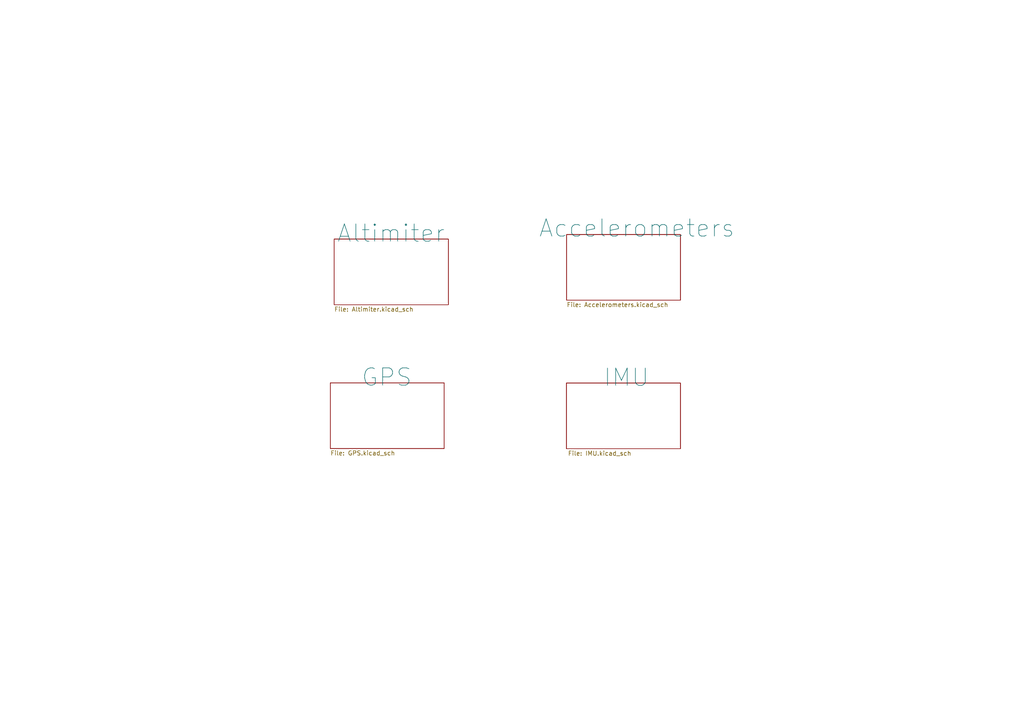
<source format=kicad_sch>
(kicad_sch (version 20211123) (generator eeschema)
  (paper "A4")
  (lib_symbols)
  (sheet (at 95.8088 111.0488) (size 33.02 19.05) (stroke (width 0.1524))
    (property "Sheet name" "GPS" (at 104.6988 112.3188 0) (effects (font (size 5 5)) (justify left bottom)))
    (property "Sheet file" "GPS.kicad_sch" (at 95.8088 130.6834 0) (effects (justify left top)))
  )
  (sheet (at 96.9264 69.342) (size 33.1216 19.05) (stroke (width 0.1524))
    (property "Sheet name" "Altimiter " (at 97.6376 70.5612 0) (effects (font (size 5 5)) (justify left bottom)))
    (property "Sheet file" "Altimiter.kicad_sch" (at 96.9264 88.9766 0) (effects (justify left top)))
  )
  (sheet (at 164.2872 111.0996) (size 33.0708 19.05) (stroke (width 0.1524))
    (property "Sheet name" "IMU" (at 174.9044 112.3696 0) (effects (font (size 5 5)) (justify left bottom)))
    (property "Sheet file" "IMU.kicad_sch" (at 164.6936 130.7592 0) (effects (justify left top)))
  )
  (sheet (at 164.338 68.0212) (size 33.02 19.05) (stroke (width 0.1524))
    (property "Sheet name" "Accelerometers" (at 156.1592 69.088 0) (effects (font (size 5 5)) (justify left bottom)))
    (property "Sheet file" "Accelerometers.kicad_sch" (at 164.338 87.6558 0) (effects (justify left top)))
  )
)
</source>
